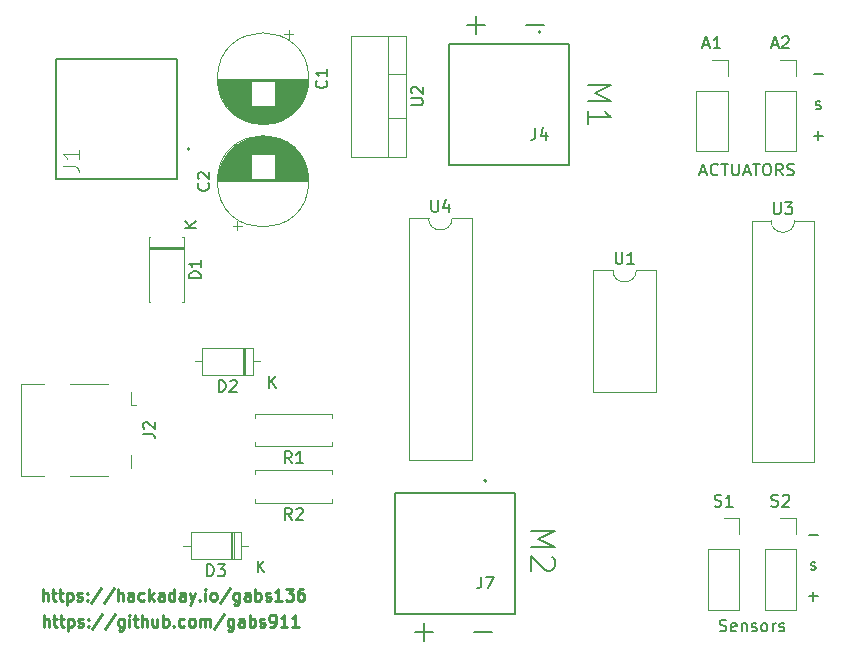
<source format=gbr>
%TF.GenerationSoftware,KiCad,Pcbnew,(5.1.10)-1*%
%TF.CreationDate,2021-05-16T00:39:39-03:00*%
%TF.ProjectId,low_cost_robotics,6c6f775f-636f-4737-945f-726f626f7469,rev?*%
%TF.SameCoordinates,Original*%
%TF.FileFunction,Legend,Top*%
%TF.FilePolarity,Positive*%
%FSLAX46Y46*%
G04 Gerber Fmt 4.6, Leading zero omitted, Abs format (unit mm)*
G04 Created by KiCad (PCBNEW (5.1.10)-1) date 2021-05-16 00:39:39*
%MOMM*%
%LPD*%
G01*
G04 APERTURE LIST*
%ADD10C,0.150000*%
%ADD11C,0.250000*%
%ADD12C,0.127000*%
%ADD13C,0.200000*%
%ADD14C,0.120000*%
%ADD15C,0.015000*%
G04 APERTURE END LIST*
D10*
X75847619Y-39766666D02*
X76323809Y-39766666D01*
X75752380Y-40052380D02*
X76085714Y-39052380D01*
X76419047Y-40052380D01*
X77323809Y-39957142D02*
X77276190Y-40004761D01*
X77133333Y-40052380D01*
X77038095Y-40052380D01*
X76895238Y-40004761D01*
X76800000Y-39909523D01*
X76752380Y-39814285D01*
X76704761Y-39623809D01*
X76704761Y-39480952D01*
X76752380Y-39290476D01*
X76800000Y-39195238D01*
X76895238Y-39100000D01*
X77038095Y-39052380D01*
X77133333Y-39052380D01*
X77276190Y-39100000D01*
X77323809Y-39147619D01*
X77609523Y-39052380D02*
X78180952Y-39052380D01*
X77895238Y-40052380D02*
X77895238Y-39052380D01*
X78514285Y-39052380D02*
X78514285Y-39861904D01*
X78561904Y-39957142D01*
X78609523Y-40004761D01*
X78704761Y-40052380D01*
X78895238Y-40052380D01*
X78990476Y-40004761D01*
X79038095Y-39957142D01*
X79085714Y-39861904D01*
X79085714Y-39052380D01*
X79514285Y-39766666D02*
X79990476Y-39766666D01*
X79419047Y-40052380D02*
X79752380Y-39052380D01*
X80085714Y-40052380D01*
X80276190Y-39052380D02*
X80847619Y-39052380D01*
X80561904Y-40052380D02*
X80561904Y-39052380D01*
X81371428Y-39052380D02*
X81561904Y-39052380D01*
X81657142Y-39100000D01*
X81752380Y-39195238D01*
X81800000Y-39385714D01*
X81800000Y-39719047D01*
X81752380Y-39909523D01*
X81657142Y-40004761D01*
X81561904Y-40052380D01*
X81371428Y-40052380D01*
X81276190Y-40004761D01*
X81180952Y-39909523D01*
X81133333Y-39719047D01*
X81133333Y-39385714D01*
X81180952Y-39195238D01*
X81276190Y-39100000D01*
X81371428Y-39052380D01*
X82800000Y-40052380D02*
X82466666Y-39576190D01*
X82228571Y-40052380D02*
X82228571Y-39052380D01*
X82609523Y-39052380D01*
X82704761Y-39100000D01*
X82752380Y-39147619D01*
X82800000Y-39242857D01*
X82800000Y-39385714D01*
X82752380Y-39480952D01*
X82704761Y-39528571D01*
X82609523Y-39576190D01*
X82228571Y-39576190D01*
X83180952Y-40004761D02*
X83323809Y-40052380D01*
X83561904Y-40052380D01*
X83657142Y-40004761D01*
X83704761Y-39957142D01*
X83752380Y-39861904D01*
X83752380Y-39766666D01*
X83704761Y-39671428D01*
X83657142Y-39623809D01*
X83561904Y-39576190D01*
X83371428Y-39528571D01*
X83276190Y-39480952D01*
X83228571Y-39433333D01*
X83180952Y-39338095D01*
X83180952Y-39242857D01*
X83228571Y-39147619D01*
X83276190Y-39100000D01*
X83371428Y-39052380D01*
X83609523Y-39052380D01*
X83752380Y-39100000D01*
X77461904Y-78604761D02*
X77604761Y-78652380D01*
X77842857Y-78652380D01*
X77938095Y-78604761D01*
X77985714Y-78557142D01*
X78033333Y-78461904D01*
X78033333Y-78366666D01*
X77985714Y-78271428D01*
X77938095Y-78223809D01*
X77842857Y-78176190D01*
X77652380Y-78128571D01*
X77557142Y-78080952D01*
X77509523Y-78033333D01*
X77461904Y-77938095D01*
X77461904Y-77842857D01*
X77509523Y-77747619D01*
X77557142Y-77700000D01*
X77652380Y-77652380D01*
X77890476Y-77652380D01*
X78033333Y-77700000D01*
X78842857Y-78604761D02*
X78747619Y-78652380D01*
X78557142Y-78652380D01*
X78461904Y-78604761D01*
X78414285Y-78509523D01*
X78414285Y-78128571D01*
X78461904Y-78033333D01*
X78557142Y-77985714D01*
X78747619Y-77985714D01*
X78842857Y-78033333D01*
X78890476Y-78128571D01*
X78890476Y-78223809D01*
X78414285Y-78319047D01*
X79319047Y-77985714D02*
X79319047Y-78652380D01*
X79319047Y-78080952D02*
X79366666Y-78033333D01*
X79461904Y-77985714D01*
X79604761Y-77985714D01*
X79700000Y-78033333D01*
X79747619Y-78128571D01*
X79747619Y-78652380D01*
X80176190Y-78604761D02*
X80271428Y-78652380D01*
X80461904Y-78652380D01*
X80557142Y-78604761D01*
X80604761Y-78509523D01*
X80604761Y-78461904D01*
X80557142Y-78366666D01*
X80461904Y-78319047D01*
X80319047Y-78319047D01*
X80223809Y-78271428D01*
X80176190Y-78176190D01*
X80176190Y-78128571D01*
X80223809Y-78033333D01*
X80319047Y-77985714D01*
X80461904Y-77985714D01*
X80557142Y-78033333D01*
X81176190Y-78652380D02*
X81080952Y-78604761D01*
X81033333Y-78557142D01*
X80985714Y-78461904D01*
X80985714Y-78176190D01*
X81033333Y-78080952D01*
X81080952Y-78033333D01*
X81176190Y-77985714D01*
X81319047Y-77985714D01*
X81414285Y-78033333D01*
X81461904Y-78080952D01*
X81509523Y-78176190D01*
X81509523Y-78461904D01*
X81461904Y-78557142D01*
X81414285Y-78604761D01*
X81319047Y-78652380D01*
X81176190Y-78652380D01*
X81938095Y-78652380D02*
X81938095Y-77985714D01*
X81938095Y-78176190D02*
X81985714Y-78080952D01*
X82033333Y-78033333D01*
X82128571Y-77985714D01*
X82223809Y-77985714D01*
X82509523Y-78604761D02*
X82604761Y-78652380D01*
X82795238Y-78652380D01*
X82890476Y-78604761D01*
X82938095Y-78509523D01*
X82938095Y-78461904D01*
X82890476Y-78366666D01*
X82795238Y-78319047D01*
X82652380Y-78319047D01*
X82557142Y-78271428D01*
X82509523Y-78176190D01*
X82509523Y-78128571D01*
X82557142Y-78033333D01*
X82652380Y-77985714D01*
X82795238Y-77985714D01*
X82890476Y-78033333D01*
D11*
X20238095Y-78252380D02*
X20238095Y-77252380D01*
X20666666Y-78252380D02*
X20666666Y-77728571D01*
X20619047Y-77633333D01*
X20523809Y-77585714D01*
X20380952Y-77585714D01*
X20285714Y-77633333D01*
X20238095Y-77680952D01*
X21000000Y-77585714D02*
X21380952Y-77585714D01*
X21142857Y-77252380D02*
X21142857Y-78109523D01*
X21190476Y-78204761D01*
X21285714Y-78252380D01*
X21380952Y-78252380D01*
X21571428Y-77585714D02*
X21952380Y-77585714D01*
X21714285Y-77252380D02*
X21714285Y-78109523D01*
X21761904Y-78204761D01*
X21857142Y-78252380D01*
X21952380Y-78252380D01*
X22285714Y-77585714D02*
X22285714Y-78585714D01*
X22285714Y-77633333D02*
X22380952Y-77585714D01*
X22571428Y-77585714D01*
X22666666Y-77633333D01*
X22714285Y-77680952D01*
X22761904Y-77776190D01*
X22761904Y-78061904D01*
X22714285Y-78157142D01*
X22666666Y-78204761D01*
X22571428Y-78252380D01*
X22380952Y-78252380D01*
X22285714Y-78204761D01*
X23142857Y-78204761D02*
X23238095Y-78252380D01*
X23428571Y-78252380D01*
X23523809Y-78204761D01*
X23571428Y-78109523D01*
X23571428Y-78061904D01*
X23523809Y-77966666D01*
X23428571Y-77919047D01*
X23285714Y-77919047D01*
X23190476Y-77871428D01*
X23142857Y-77776190D01*
X23142857Y-77728571D01*
X23190476Y-77633333D01*
X23285714Y-77585714D01*
X23428571Y-77585714D01*
X23523809Y-77633333D01*
X24000000Y-78157142D02*
X24047619Y-78204761D01*
X24000000Y-78252380D01*
X23952380Y-78204761D01*
X24000000Y-78157142D01*
X24000000Y-78252380D01*
X24000000Y-77633333D02*
X24047619Y-77680952D01*
X24000000Y-77728571D01*
X23952380Y-77680952D01*
X24000000Y-77633333D01*
X24000000Y-77728571D01*
X25190476Y-77204761D02*
X24333333Y-78490476D01*
X26238095Y-77204761D02*
X25380952Y-78490476D01*
X27000000Y-77585714D02*
X27000000Y-78395238D01*
X26952380Y-78490476D01*
X26904761Y-78538095D01*
X26809523Y-78585714D01*
X26666666Y-78585714D01*
X26571428Y-78538095D01*
X27000000Y-78204761D02*
X26904761Y-78252380D01*
X26714285Y-78252380D01*
X26619047Y-78204761D01*
X26571428Y-78157142D01*
X26523809Y-78061904D01*
X26523809Y-77776190D01*
X26571428Y-77680952D01*
X26619047Y-77633333D01*
X26714285Y-77585714D01*
X26904761Y-77585714D01*
X27000000Y-77633333D01*
X27476190Y-78252380D02*
X27476190Y-77585714D01*
X27476190Y-77252380D02*
X27428571Y-77300000D01*
X27476190Y-77347619D01*
X27523809Y-77300000D01*
X27476190Y-77252380D01*
X27476190Y-77347619D01*
X27809523Y-77585714D02*
X28190476Y-77585714D01*
X27952380Y-77252380D02*
X27952380Y-78109523D01*
X28000000Y-78204761D01*
X28095238Y-78252380D01*
X28190476Y-78252380D01*
X28523809Y-78252380D02*
X28523809Y-77252380D01*
X28952380Y-78252380D02*
X28952380Y-77728571D01*
X28904761Y-77633333D01*
X28809523Y-77585714D01*
X28666666Y-77585714D01*
X28571428Y-77633333D01*
X28523809Y-77680952D01*
X29857142Y-77585714D02*
X29857142Y-78252380D01*
X29428571Y-77585714D02*
X29428571Y-78109523D01*
X29476190Y-78204761D01*
X29571428Y-78252380D01*
X29714285Y-78252380D01*
X29809523Y-78204761D01*
X29857142Y-78157142D01*
X30333333Y-78252380D02*
X30333333Y-77252380D01*
X30333333Y-77633333D02*
X30428571Y-77585714D01*
X30619047Y-77585714D01*
X30714285Y-77633333D01*
X30761904Y-77680952D01*
X30809523Y-77776190D01*
X30809523Y-78061904D01*
X30761904Y-78157142D01*
X30714285Y-78204761D01*
X30619047Y-78252380D01*
X30428571Y-78252380D01*
X30333333Y-78204761D01*
X31238095Y-78157142D02*
X31285714Y-78204761D01*
X31238095Y-78252380D01*
X31190476Y-78204761D01*
X31238095Y-78157142D01*
X31238095Y-78252380D01*
X32142857Y-78204761D02*
X32047619Y-78252380D01*
X31857142Y-78252380D01*
X31761904Y-78204761D01*
X31714285Y-78157142D01*
X31666666Y-78061904D01*
X31666666Y-77776190D01*
X31714285Y-77680952D01*
X31761904Y-77633333D01*
X31857142Y-77585714D01*
X32047619Y-77585714D01*
X32142857Y-77633333D01*
X32714285Y-78252380D02*
X32619047Y-78204761D01*
X32571428Y-78157142D01*
X32523809Y-78061904D01*
X32523809Y-77776190D01*
X32571428Y-77680952D01*
X32619047Y-77633333D01*
X32714285Y-77585714D01*
X32857142Y-77585714D01*
X32952380Y-77633333D01*
X33000000Y-77680952D01*
X33047619Y-77776190D01*
X33047619Y-78061904D01*
X33000000Y-78157142D01*
X32952380Y-78204761D01*
X32857142Y-78252380D01*
X32714285Y-78252380D01*
X33476190Y-78252380D02*
X33476190Y-77585714D01*
X33476190Y-77680952D02*
X33523809Y-77633333D01*
X33619047Y-77585714D01*
X33761904Y-77585714D01*
X33857142Y-77633333D01*
X33904761Y-77728571D01*
X33904761Y-78252380D01*
X33904761Y-77728571D02*
X33952380Y-77633333D01*
X34047619Y-77585714D01*
X34190476Y-77585714D01*
X34285714Y-77633333D01*
X34333333Y-77728571D01*
X34333333Y-78252380D01*
X35523809Y-77204761D02*
X34666666Y-78490476D01*
X36285714Y-77585714D02*
X36285714Y-78395238D01*
X36238095Y-78490476D01*
X36190476Y-78538095D01*
X36095238Y-78585714D01*
X35952380Y-78585714D01*
X35857142Y-78538095D01*
X36285714Y-78204761D02*
X36190476Y-78252380D01*
X36000000Y-78252380D01*
X35904761Y-78204761D01*
X35857142Y-78157142D01*
X35809523Y-78061904D01*
X35809523Y-77776190D01*
X35857142Y-77680952D01*
X35904761Y-77633333D01*
X36000000Y-77585714D01*
X36190476Y-77585714D01*
X36285714Y-77633333D01*
X37190476Y-78252380D02*
X37190476Y-77728571D01*
X37142857Y-77633333D01*
X37047619Y-77585714D01*
X36857142Y-77585714D01*
X36761904Y-77633333D01*
X37190476Y-78204761D02*
X37095238Y-78252380D01*
X36857142Y-78252380D01*
X36761904Y-78204761D01*
X36714285Y-78109523D01*
X36714285Y-78014285D01*
X36761904Y-77919047D01*
X36857142Y-77871428D01*
X37095238Y-77871428D01*
X37190476Y-77823809D01*
X37666666Y-78252380D02*
X37666666Y-77252380D01*
X37666666Y-77633333D02*
X37761904Y-77585714D01*
X37952380Y-77585714D01*
X38047619Y-77633333D01*
X38095238Y-77680952D01*
X38142857Y-77776190D01*
X38142857Y-78061904D01*
X38095238Y-78157142D01*
X38047619Y-78204761D01*
X37952380Y-78252380D01*
X37761904Y-78252380D01*
X37666666Y-78204761D01*
X38523809Y-78204761D02*
X38619047Y-78252380D01*
X38809523Y-78252380D01*
X38904761Y-78204761D01*
X38952380Y-78109523D01*
X38952380Y-78061904D01*
X38904761Y-77966666D01*
X38809523Y-77919047D01*
X38666666Y-77919047D01*
X38571428Y-77871428D01*
X38523809Y-77776190D01*
X38523809Y-77728571D01*
X38571428Y-77633333D01*
X38666666Y-77585714D01*
X38809523Y-77585714D01*
X38904761Y-77633333D01*
X39428571Y-78252380D02*
X39619047Y-78252380D01*
X39714285Y-78204761D01*
X39761904Y-78157142D01*
X39857142Y-78014285D01*
X39904761Y-77823809D01*
X39904761Y-77442857D01*
X39857142Y-77347619D01*
X39809523Y-77300000D01*
X39714285Y-77252380D01*
X39523809Y-77252380D01*
X39428571Y-77300000D01*
X39380952Y-77347619D01*
X39333333Y-77442857D01*
X39333333Y-77680952D01*
X39380952Y-77776190D01*
X39428571Y-77823809D01*
X39523809Y-77871428D01*
X39714285Y-77871428D01*
X39809523Y-77823809D01*
X39857142Y-77776190D01*
X39904761Y-77680952D01*
X40857142Y-78252380D02*
X40285714Y-78252380D01*
X40571428Y-78252380D02*
X40571428Y-77252380D01*
X40476190Y-77395238D01*
X40380952Y-77490476D01*
X40285714Y-77538095D01*
X41809523Y-78252380D02*
X41238095Y-78252380D01*
X41523809Y-78252380D02*
X41523809Y-77252380D01*
X41428571Y-77395238D01*
X41333333Y-77490476D01*
X41238095Y-77538095D01*
X20152380Y-76052380D02*
X20152380Y-75052380D01*
X20580952Y-76052380D02*
X20580952Y-75528571D01*
X20533333Y-75433333D01*
X20438095Y-75385714D01*
X20295238Y-75385714D01*
X20199999Y-75433333D01*
X20152380Y-75480952D01*
X20914285Y-75385714D02*
X21295238Y-75385714D01*
X21057142Y-75052380D02*
X21057142Y-75909523D01*
X21104761Y-76004761D01*
X21199999Y-76052380D01*
X21295238Y-76052380D01*
X21485714Y-75385714D02*
X21866666Y-75385714D01*
X21628571Y-75052380D02*
X21628571Y-75909523D01*
X21676190Y-76004761D01*
X21771428Y-76052380D01*
X21866666Y-76052380D01*
X22199999Y-75385714D02*
X22199999Y-76385714D01*
X22199999Y-75433333D02*
X22295238Y-75385714D01*
X22485714Y-75385714D01*
X22580952Y-75433333D01*
X22628571Y-75480952D01*
X22676190Y-75576190D01*
X22676190Y-75861904D01*
X22628571Y-75957142D01*
X22580952Y-76004761D01*
X22485714Y-76052380D01*
X22295238Y-76052380D01*
X22199999Y-76004761D01*
X23057142Y-76004761D02*
X23152380Y-76052380D01*
X23342857Y-76052380D01*
X23438095Y-76004761D01*
X23485714Y-75909523D01*
X23485714Y-75861904D01*
X23438095Y-75766666D01*
X23342857Y-75719047D01*
X23199999Y-75719047D01*
X23104761Y-75671428D01*
X23057142Y-75576190D01*
X23057142Y-75528571D01*
X23104761Y-75433333D01*
X23199999Y-75385714D01*
X23342857Y-75385714D01*
X23438095Y-75433333D01*
X23914285Y-75957142D02*
X23961904Y-76004761D01*
X23914285Y-76052380D01*
X23866666Y-76004761D01*
X23914285Y-75957142D01*
X23914285Y-76052380D01*
X23914285Y-75433333D02*
X23961904Y-75480952D01*
X23914285Y-75528571D01*
X23866666Y-75480952D01*
X23914285Y-75433333D01*
X23914285Y-75528571D01*
X25104761Y-75004761D02*
X24247619Y-76290476D01*
X26152380Y-75004761D02*
X25295238Y-76290476D01*
X26485714Y-76052380D02*
X26485714Y-75052380D01*
X26914285Y-76052380D02*
X26914285Y-75528571D01*
X26866666Y-75433333D01*
X26771428Y-75385714D01*
X26628571Y-75385714D01*
X26533333Y-75433333D01*
X26485714Y-75480952D01*
X27819047Y-76052380D02*
X27819047Y-75528571D01*
X27771428Y-75433333D01*
X27676190Y-75385714D01*
X27485714Y-75385714D01*
X27390476Y-75433333D01*
X27819047Y-76004761D02*
X27723809Y-76052380D01*
X27485714Y-76052380D01*
X27390476Y-76004761D01*
X27342857Y-75909523D01*
X27342857Y-75814285D01*
X27390476Y-75719047D01*
X27485714Y-75671428D01*
X27723809Y-75671428D01*
X27819047Y-75623809D01*
X28723809Y-76004761D02*
X28628571Y-76052380D01*
X28438095Y-76052380D01*
X28342857Y-76004761D01*
X28295238Y-75957142D01*
X28247619Y-75861904D01*
X28247619Y-75576190D01*
X28295238Y-75480952D01*
X28342857Y-75433333D01*
X28438095Y-75385714D01*
X28628571Y-75385714D01*
X28723809Y-75433333D01*
X29152380Y-76052380D02*
X29152380Y-75052380D01*
X29247619Y-75671428D02*
X29533333Y-76052380D01*
X29533333Y-75385714D02*
X29152380Y-75766666D01*
X30390476Y-76052380D02*
X30390476Y-75528571D01*
X30342857Y-75433333D01*
X30247619Y-75385714D01*
X30057142Y-75385714D01*
X29961904Y-75433333D01*
X30390476Y-76004761D02*
X30295238Y-76052380D01*
X30057142Y-76052380D01*
X29961904Y-76004761D01*
X29914285Y-75909523D01*
X29914285Y-75814285D01*
X29961904Y-75719047D01*
X30057142Y-75671428D01*
X30295238Y-75671428D01*
X30390476Y-75623809D01*
X31295238Y-76052380D02*
X31295238Y-75052380D01*
X31295238Y-76004761D02*
X31199999Y-76052380D01*
X31009523Y-76052380D01*
X30914285Y-76004761D01*
X30866666Y-75957142D01*
X30819047Y-75861904D01*
X30819047Y-75576190D01*
X30866666Y-75480952D01*
X30914285Y-75433333D01*
X31009523Y-75385714D01*
X31199999Y-75385714D01*
X31295238Y-75433333D01*
X32199999Y-76052380D02*
X32199999Y-75528571D01*
X32152380Y-75433333D01*
X32057142Y-75385714D01*
X31866666Y-75385714D01*
X31771428Y-75433333D01*
X32199999Y-76004761D02*
X32104761Y-76052380D01*
X31866666Y-76052380D01*
X31771428Y-76004761D01*
X31723809Y-75909523D01*
X31723809Y-75814285D01*
X31771428Y-75719047D01*
X31866666Y-75671428D01*
X32104761Y-75671428D01*
X32199999Y-75623809D01*
X32580952Y-75385714D02*
X32819047Y-76052380D01*
X33057142Y-75385714D02*
X32819047Y-76052380D01*
X32723809Y-76290476D01*
X32676190Y-76338095D01*
X32580952Y-76385714D01*
X33438095Y-75957142D02*
X33485714Y-76004761D01*
X33438095Y-76052380D01*
X33390476Y-76004761D01*
X33438095Y-75957142D01*
X33438095Y-76052380D01*
X33914285Y-76052380D02*
X33914285Y-75385714D01*
X33914285Y-75052380D02*
X33866666Y-75100000D01*
X33914285Y-75147619D01*
X33961904Y-75100000D01*
X33914285Y-75052380D01*
X33914285Y-75147619D01*
X34533333Y-76052380D02*
X34438095Y-76004761D01*
X34390476Y-75957142D01*
X34342857Y-75861904D01*
X34342857Y-75576190D01*
X34390476Y-75480952D01*
X34438095Y-75433333D01*
X34533333Y-75385714D01*
X34676190Y-75385714D01*
X34771428Y-75433333D01*
X34819047Y-75480952D01*
X34866666Y-75576190D01*
X34866666Y-75861904D01*
X34819047Y-75957142D01*
X34771428Y-76004761D01*
X34676190Y-76052380D01*
X34533333Y-76052380D01*
X36009523Y-75004761D02*
X35152380Y-76290476D01*
X36771428Y-75385714D02*
X36771428Y-76195238D01*
X36723809Y-76290476D01*
X36676190Y-76338095D01*
X36580952Y-76385714D01*
X36438095Y-76385714D01*
X36342857Y-76338095D01*
X36771428Y-76004761D02*
X36676190Y-76052380D01*
X36485714Y-76052380D01*
X36390476Y-76004761D01*
X36342857Y-75957142D01*
X36295238Y-75861904D01*
X36295238Y-75576190D01*
X36342857Y-75480952D01*
X36390476Y-75433333D01*
X36485714Y-75385714D01*
X36676190Y-75385714D01*
X36771428Y-75433333D01*
X37676190Y-76052380D02*
X37676190Y-75528571D01*
X37628571Y-75433333D01*
X37533333Y-75385714D01*
X37342857Y-75385714D01*
X37247619Y-75433333D01*
X37676190Y-76004761D02*
X37580952Y-76052380D01*
X37342857Y-76052380D01*
X37247619Y-76004761D01*
X37199999Y-75909523D01*
X37199999Y-75814285D01*
X37247619Y-75719047D01*
X37342857Y-75671428D01*
X37580952Y-75671428D01*
X37676190Y-75623809D01*
X38152380Y-76052380D02*
X38152380Y-75052380D01*
X38152380Y-75433333D02*
X38247619Y-75385714D01*
X38438095Y-75385714D01*
X38533333Y-75433333D01*
X38580952Y-75480952D01*
X38628571Y-75576190D01*
X38628571Y-75861904D01*
X38580952Y-75957142D01*
X38533333Y-76004761D01*
X38438095Y-76052380D01*
X38247619Y-76052380D01*
X38152380Y-76004761D01*
X39009523Y-76004761D02*
X39104761Y-76052380D01*
X39295238Y-76052380D01*
X39390476Y-76004761D01*
X39438095Y-75909523D01*
X39438095Y-75861904D01*
X39390476Y-75766666D01*
X39295238Y-75719047D01*
X39152380Y-75719047D01*
X39057142Y-75671428D01*
X39009523Y-75576190D01*
X39009523Y-75528571D01*
X39057142Y-75433333D01*
X39152380Y-75385714D01*
X39295238Y-75385714D01*
X39390476Y-75433333D01*
X40390476Y-76052380D02*
X39819047Y-76052380D01*
X40104761Y-76052380D02*
X40104761Y-75052380D01*
X40009523Y-75195238D01*
X39914285Y-75290476D01*
X39819047Y-75338095D01*
X40723809Y-75052380D02*
X41342857Y-75052380D01*
X41009523Y-75433333D01*
X41152380Y-75433333D01*
X41247619Y-75480952D01*
X41295238Y-75528571D01*
X41342857Y-75623809D01*
X41342857Y-75861904D01*
X41295238Y-75957142D01*
X41247619Y-76004761D01*
X41152380Y-76052380D01*
X40866666Y-76052380D01*
X40771428Y-76004761D01*
X40723809Y-75957142D01*
X42199999Y-75052380D02*
X42009523Y-75052380D01*
X41914285Y-75100000D01*
X41866666Y-75147619D01*
X41771428Y-75290476D01*
X41723809Y-75480952D01*
X41723809Y-75861904D01*
X41771428Y-75957142D01*
X41819047Y-76004761D01*
X41914285Y-76052380D01*
X42104761Y-76052380D01*
X42199999Y-76004761D01*
X42247619Y-75957142D01*
X42295238Y-75861904D01*
X42295238Y-75623809D01*
X42247619Y-75528571D01*
X42199999Y-75480952D01*
X42104761Y-75433333D01*
X41914285Y-75433333D01*
X41819047Y-75480952D01*
X41771428Y-75528571D01*
X41723809Y-75623809D01*
D10*
X56038095Y-27342857D02*
X57561904Y-27342857D01*
X56800000Y-28104761D02*
X56800000Y-26580952D01*
X61038095Y-27342857D02*
X62561904Y-27342857D01*
X56638095Y-78742857D02*
X58161904Y-78742857D01*
X51638095Y-78742857D02*
X53161904Y-78742857D01*
X52400000Y-79504761D02*
X52400000Y-77980952D01*
X61495238Y-70180952D02*
X63495238Y-70180952D01*
X62066666Y-70847619D01*
X63495238Y-71514285D01*
X61495238Y-71514285D01*
X63304761Y-72371428D02*
X63400000Y-72466666D01*
X63495238Y-72657142D01*
X63495238Y-73133333D01*
X63400000Y-73323809D01*
X63304761Y-73419047D01*
X63114285Y-73514285D01*
X62923809Y-73514285D01*
X62638095Y-73419047D01*
X61495238Y-72276190D01*
X61495238Y-73514285D01*
X66295238Y-32380952D02*
X68295238Y-32380952D01*
X66866666Y-33047619D01*
X68295238Y-33714285D01*
X66295238Y-33714285D01*
X66295238Y-35714285D02*
X66295238Y-34571428D01*
X66295238Y-35142857D02*
X68295238Y-35142857D01*
X68009523Y-34952380D01*
X67819047Y-34761904D01*
X67723809Y-34571428D01*
X85019047Y-70471428D02*
X85780952Y-70471428D01*
X85019047Y-75671428D02*
X85780952Y-75671428D01*
X85400000Y-76052380D02*
X85400000Y-75290476D01*
X85185714Y-73404761D02*
X85280952Y-73452380D01*
X85471428Y-73452380D01*
X85566666Y-73404761D01*
X85614285Y-73309523D01*
X85614285Y-73261904D01*
X85566666Y-73166666D01*
X85471428Y-73119047D01*
X85328571Y-73119047D01*
X85233333Y-73071428D01*
X85185714Y-72976190D01*
X85185714Y-72928571D01*
X85233333Y-72833333D01*
X85328571Y-72785714D01*
X85471428Y-72785714D01*
X85566666Y-72833333D01*
X85585714Y-34404761D02*
X85680952Y-34452380D01*
X85871428Y-34452380D01*
X85966666Y-34404761D01*
X86014285Y-34309523D01*
X86014285Y-34261904D01*
X85966666Y-34166666D01*
X85871428Y-34119047D01*
X85728571Y-34119047D01*
X85633333Y-34071428D01*
X85585714Y-33976190D01*
X85585714Y-33928571D01*
X85633333Y-33833333D01*
X85728571Y-33785714D01*
X85871428Y-33785714D01*
X85966666Y-33833333D01*
X85419047Y-36671428D02*
X86180952Y-36671428D01*
X85800000Y-37052380D02*
X85800000Y-36290476D01*
X85419047Y-31471428D02*
X86180952Y-31471428D01*
D12*
%TO.C,J7*%
X60140000Y-66900000D02*
X60140000Y-77150000D01*
X49980000Y-77150000D02*
X49980000Y-66900000D01*
X60140000Y-77150000D02*
X49980000Y-77150000D01*
X49980000Y-66900000D02*
X60140000Y-66900000D01*
D13*
X57700000Y-65900000D02*
G75*
G03*
X57700000Y-65900000I-100000J0D01*
G01*
D12*
%TO.C,J4*%
X64740000Y-28900000D02*
X64740000Y-39150000D01*
X54580000Y-39150000D02*
X54580000Y-28900000D01*
X64740000Y-39150000D02*
X54580000Y-39150000D01*
X54580000Y-28900000D02*
X64740000Y-28900000D01*
D13*
X62300000Y-27900000D02*
G75*
G03*
X62300000Y-27900000I-100000J0D01*
G01*
D14*
%TO.C,C1*%
X41350000Y-28082789D02*
X40600000Y-28082789D01*
X40975000Y-27707789D02*
X40975000Y-28457789D01*
X39241000Y-35691000D02*
X38359000Y-35691000D01*
X39493000Y-35651000D02*
X38107000Y-35651000D01*
X39677000Y-35611000D02*
X37923000Y-35611000D01*
X39828000Y-35571000D02*
X37772000Y-35571000D01*
X39958000Y-35531000D02*
X37642000Y-35531000D01*
X40075000Y-35491000D02*
X37525000Y-35491000D01*
X40181000Y-35451000D02*
X37419000Y-35451000D01*
X40278000Y-35411000D02*
X37322000Y-35411000D01*
X40369000Y-35371000D02*
X37231000Y-35371000D01*
X40454000Y-35331000D02*
X37146000Y-35331000D01*
X40533000Y-35291000D02*
X37067000Y-35291000D01*
X40609000Y-35251000D02*
X36991000Y-35251000D01*
X40681000Y-35211000D02*
X36919000Y-35211000D01*
X40749000Y-35171000D02*
X36851000Y-35171000D01*
X40814000Y-35131000D02*
X36786000Y-35131000D01*
X40877000Y-35091000D02*
X36723000Y-35091000D01*
X40937000Y-35051000D02*
X36663000Y-35051000D01*
X40995000Y-35011000D02*
X36605000Y-35011000D01*
X41050000Y-34971000D02*
X36550000Y-34971000D01*
X41104000Y-34931000D02*
X36496000Y-34931000D01*
X41155000Y-34891000D02*
X36445000Y-34891000D01*
X41205000Y-34851000D02*
X36395000Y-34851000D01*
X41254000Y-34811000D02*
X36346000Y-34811000D01*
X41300000Y-34771000D02*
X36300000Y-34771000D01*
X41346000Y-34731000D02*
X36254000Y-34731000D01*
X41389000Y-34691000D02*
X36211000Y-34691000D01*
X41432000Y-34651000D02*
X36168000Y-34651000D01*
X41473000Y-34611000D02*
X36127000Y-34611000D01*
X41513000Y-34571000D02*
X36087000Y-34571000D01*
X41552000Y-34531000D02*
X36048000Y-34531000D01*
X41590000Y-34491000D02*
X36010000Y-34491000D01*
X41627000Y-34451000D02*
X35973000Y-34451000D01*
X41663000Y-34411000D02*
X35937000Y-34411000D01*
X41698000Y-34371000D02*
X35902000Y-34371000D01*
X41731000Y-34331000D02*
X35869000Y-34331000D01*
X41764000Y-34291000D02*
X35836000Y-34291000D01*
X41796000Y-34251000D02*
X35804000Y-34251000D01*
X41828000Y-34211000D02*
X35772000Y-34211000D01*
X41858000Y-34171000D02*
X35742000Y-34171000D01*
X37760000Y-34131000D02*
X35712000Y-34131000D01*
X41888000Y-34131000D02*
X39840000Y-34131000D01*
X37760000Y-34091000D02*
X35684000Y-34091000D01*
X41916000Y-34091000D02*
X39840000Y-34091000D01*
X37760000Y-34051000D02*
X35656000Y-34051000D01*
X41944000Y-34051000D02*
X39840000Y-34051000D01*
X37760000Y-34011000D02*
X35628000Y-34011000D01*
X41972000Y-34011000D02*
X39840000Y-34011000D01*
X37760000Y-33971000D02*
X35602000Y-33971000D01*
X41998000Y-33971000D02*
X39840000Y-33971000D01*
X37760000Y-33931000D02*
X35576000Y-33931000D01*
X42024000Y-33931000D02*
X39840000Y-33931000D01*
X37760000Y-33891000D02*
X35551000Y-33891000D01*
X42049000Y-33891000D02*
X39840000Y-33891000D01*
X37760000Y-33851000D02*
X35526000Y-33851000D01*
X42074000Y-33851000D02*
X39840000Y-33851000D01*
X37760000Y-33811000D02*
X35503000Y-33811000D01*
X42097000Y-33811000D02*
X39840000Y-33811000D01*
X37760000Y-33771000D02*
X35479000Y-33771000D01*
X42121000Y-33771000D02*
X39840000Y-33771000D01*
X37760000Y-33731000D02*
X35457000Y-33731000D01*
X42143000Y-33731000D02*
X39840000Y-33731000D01*
X37760000Y-33691000D02*
X35435000Y-33691000D01*
X42165000Y-33691000D02*
X39840000Y-33691000D01*
X37760000Y-33651000D02*
X35414000Y-33651000D01*
X42186000Y-33651000D02*
X39840000Y-33651000D01*
X37760000Y-33611000D02*
X35393000Y-33611000D01*
X42207000Y-33611000D02*
X39840000Y-33611000D01*
X37760000Y-33571000D02*
X35373000Y-33571000D01*
X42227000Y-33571000D02*
X39840000Y-33571000D01*
X37760000Y-33531000D02*
X35353000Y-33531000D01*
X42247000Y-33531000D02*
X39840000Y-33531000D01*
X37760000Y-33491000D02*
X35334000Y-33491000D01*
X42266000Y-33491000D02*
X39840000Y-33491000D01*
X37760000Y-33451000D02*
X35316000Y-33451000D01*
X42284000Y-33451000D02*
X39840000Y-33451000D01*
X37760000Y-33411000D02*
X35298000Y-33411000D01*
X42302000Y-33411000D02*
X39840000Y-33411000D01*
X37760000Y-33371000D02*
X35280000Y-33371000D01*
X42320000Y-33371000D02*
X39840000Y-33371000D01*
X37760000Y-33331000D02*
X35264000Y-33331000D01*
X42336000Y-33331000D02*
X39840000Y-33331000D01*
X37760000Y-33291000D02*
X35247000Y-33291000D01*
X42353000Y-33291000D02*
X39840000Y-33291000D01*
X37760000Y-33251000D02*
X35232000Y-33251000D01*
X42368000Y-33251000D02*
X39840000Y-33251000D01*
X37760000Y-33211000D02*
X35216000Y-33211000D01*
X42384000Y-33211000D02*
X39840000Y-33211000D01*
X37760000Y-33171000D02*
X35202000Y-33171000D01*
X42398000Y-33171000D02*
X39840000Y-33171000D01*
X37760000Y-33131000D02*
X35187000Y-33131000D01*
X42413000Y-33131000D02*
X39840000Y-33131000D01*
X37760000Y-33091000D02*
X35174000Y-33091000D01*
X42426000Y-33091000D02*
X39840000Y-33091000D01*
X37760000Y-33051000D02*
X35160000Y-33051000D01*
X42440000Y-33051000D02*
X39840000Y-33051000D01*
X37760000Y-33011000D02*
X35147000Y-33011000D01*
X42453000Y-33011000D02*
X39840000Y-33011000D01*
X37760000Y-32971000D02*
X35135000Y-32971000D01*
X42465000Y-32971000D02*
X39840000Y-32971000D01*
X37760000Y-32931000D02*
X35123000Y-32931000D01*
X42477000Y-32931000D02*
X39840000Y-32931000D01*
X37760000Y-32891000D02*
X35112000Y-32891000D01*
X42488000Y-32891000D02*
X39840000Y-32891000D01*
X37760000Y-32851000D02*
X35101000Y-32851000D01*
X42499000Y-32851000D02*
X39840000Y-32851000D01*
X37760000Y-32811000D02*
X35090000Y-32811000D01*
X42510000Y-32811000D02*
X39840000Y-32811000D01*
X37760000Y-32771000D02*
X35080000Y-32771000D01*
X42520000Y-32771000D02*
X39840000Y-32771000D01*
X37760000Y-32731000D02*
X35071000Y-32731000D01*
X42529000Y-32731000D02*
X39840000Y-32731000D01*
X37760000Y-32691000D02*
X35062000Y-32691000D01*
X42538000Y-32691000D02*
X39840000Y-32691000D01*
X37760000Y-32651000D02*
X35053000Y-32651000D01*
X42547000Y-32651000D02*
X39840000Y-32651000D01*
X37760000Y-32611000D02*
X35045000Y-32611000D01*
X42555000Y-32611000D02*
X39840000Y-32611000D01*
X37760000Y-32571000D02*
X35037000Y-32571000D01*
X42563000Y-32571000D02*
X39840000Y-32571000D01*
X37760000Y-32530000D02*
X35030000Y-32530000D01*
X42570000Y-32530000D02*
X39840000Y-32530000D01*
X37760000Y-32490000D02*
X35023000Y-32490000D01*
X42577000Y-32490000D02*
X39840000Y-32490000D01*
X37760000Y-32450000D02*
X35016000Y-32450000D01*
X42584000Y-32450000D02*
X39840000Y-32450000D01*
X37760000Y-32410000D02*
X35010000Y-32410000D01*
X42590000Y-32410000D02*
X39840000Y-32410000D01*
X37760000Y-32370000D02*
X35005000Y-32370000D01*
X42595000Y-32370000D02*
X39840000Y-32370000D01*
X37760000Y-32330000D02*
X34999000Y-32330000D01*
X42601000Y-32330000D02*
X39840000Y-32330000D01*
X37760000Y-32290000D02*
X34995000Y-32290000D01*
X42605000Y-32290000D02*
X39840000Y-32290000D01*
X37760000Y-32250000D02*
X34990000Y-32250000D01*
X42610000Y-32250000D02*
X39840000Y-32250000D01*
X37760000Y-32210000D02*
X34986000Y-32210000D01*
X42614000Y-32210000D02*
X39840000Y-32210000D01*
X37760000Y-32170000D02*
X34983000Y-32170000D01*
X42617000Y-32170000D02*
X39840000Y-32170000D01*
X37760000Y-32130000D02*
X34980000Y-32130000D01*
X42620000Y-32130000D02*
X39840000Y-32130000D01*
X37760000Y-32090000D02*
X34977000Y-32090000D01*
X42623000Y-32090000D02*
X39840000Y-32090000D01*
X42625000Y-32050000D02*
X34975000Y-32050000D01*
X42627000Y-32010000D02*
X34973000Y-32010000D01*
X42629000Y-31970000D02*
X34971000Y-31970000D01*
X42630000Y-31930000D02*
X34970000Y-31930000D01*
X42630000Y-31890000D02*
X34970000Y-31890000D01*
X42630000Y-31850000D02*
X34970000Y-31850000D01*
X42670000Y-31850000D02*
G75*
G03*
X42670000Y-31850000I-3870000J0D01*
G01*
%TO.C,C2*%
X42670000Y-40550000D02*
G75*
G03*
X42670000Y-40550000I-3870000J0D01*
G01*
X34970000Y-40550000D02*
X42630000Y-40550000D01*
X34970000Y-40510000D02*
X42630000Y-40510000D01*
X34970000Y-40470000D02*
X42630000Y-40470000D01*
X34971000Y-40430000D02*
X42629000Y-40430000D01*
X34973000Y-40390000D02*
X42627000Y-40390000D01*
X34975000Y-40350000D02*
X42625000Y-40350000D01*
X34977000Y-40310000D02*
X37760000Y-40310000D01*
X39840000Y-40310000D02*
X42623000Y-40310000D01*
X34980000Y-40270000D02*
X37760000Y-40270000D01*
X39840000Y-40270000D02*
X42620000Y-40270000D01*
X34983000Y-40230000D02*
X37760000Y-40230000D01*
X39840000Y-40230000D02*
X42617000Y-40230000D01*
X34986000Y-40190000D02*
X37760000Y-40190000D01*
X39840000Y-40190000D02*
X42614000Y-40190000D01*
X34990000Y-40150000D02*
X37760000Y-40150000D01*
X39840000Y-40150000D02*
X42610000Y-40150000D01*
X34995000Y-40110000D02*
X37760000Y-40110000D01*
X39840000Y-40110000D02*
X42605000Y-40110000D01*
X34999000Y-40070000D02*
X37760000Y-40070000D01*
X39840000Y-40070000D02*
X42601000Y-40070000D01*
X35005000Y-40030000D02*
X37760000Y-40030000D01*
X39840000Y-40030000D02*
X42595000Y-40030000D01*
X35010000Y-39990000D02*
X37760000Y-39990000D01*
X39840000Y-39990000D02*
X42590000Y-39990000D01*
X35016000Y-39950000D02*
X37760000Y-39950000D01*
X39840000Y-39950000D02*
X42584000Y-39950000D01*
X35023000Y-39910000D02*
X37760000Y-39910000D01*
X39840000Y-39910000D02*
X42577000Y-39910000D01*
X35030000Y-39870000D02*
X37760000Y-39870000D01*
X39840000Y-39870000D02*
X42570000Y-39870000D01*
X35037000Y-39829000D02*
X37760000Y-39829000D01*
X39840000Y-39829000D02*
X42563000Y-39829000D01*
X35045000Y-39789000D02*
X37760000Y-39789000D01*
X39840000Y-39789000D02*
X42555000Y-39789000D01*
X35053000Y-39749000D02*
X37760000Y-39749000D01*
X39840000Y-39749000D02*
X42547000Y-39749000D01*
X35062000Y-39709000D02*
X37760000Y-39709000D01*
X39840000Y-39709000D02*
X42538000Y-39709000D01*
X35071000Y-39669000D02*
X37760000Y-39669000D01*
X39840000Y-39669000D02*
X42529000Y-39669000D01*
X35080000Y-39629000D02*
X37760000Y-39629000D01*
X39840000Y-39629000D02*
X42520000Y-39629000D01*
X35090000Y-39589000D02*
X37760000Y-39589000D01*
X39840000Y-39589000D02*
X42510000Y-39589000D01*
X35101000Y-39549000D02*
X37760000Y-39549000D01*
X39840000Y-39549000D02*
X42499000Y-39549000D01*
X35112000Y-39509000D02*
X37760000Y-39509000D01*
X39840000Y-39509000D02*
X42488000Y-39509000D01*
X35123000Y-39469000D02*
X37760000Y-39469000D01*
X39840000Y-39469000D02*
X42477000Y-39469000D01*
X35135000Y-39429000D02*
X37760000Y-39429000D01*
X39840000Y-39429000D02*
X42465000Y-39429000D01*
X35147000Y-39389000D02*
X37760000Y-39389000D01*
X39840000Y-39389000D02*
X42453000Y-39389000D01*
X35160000Y-39349000D02*
X37760000Y-39349000D01*
X39840000Y-39349000D02*
X42440000Y-39349000D01*
X35174000Y-39309000D02*
X37760000Y-39309000D01*
X39840000Y-39309000D02*
X42426000Y-39309000D01*
X35187000Y-39269000D02*
X37760000Y-39269000D01*
X39840000Y-39269000D02*
X42413000Y-39269000D01*
X35202000Y-39229000D02*
X37760000Y-39229000D01*
X39840000Y-39229000D02*
X42398000Y-39229000D01*
X35216000Y-39189000D02*
X37760000Y-39189000D01*
X39840000Y-39189000D02*
X42384000Y-39189000D01*
X35232000Y-39149000D02*
X37760000Y-39149000D01*
X39840000Y-39149000D02*
X42368000Y-39149000D01*
X35247000Y-39109000D02*
X37760000Y-39109000D01*
X39840000Y-39109000D02*
X42353000Y-39109000D01*
X35264000Y-39069000D02*
X37760000Y-39069000D01*
X39840000Y-39069000D02*
X42336000Y-39069000D01*
X35280000Y-39029000D02*
X37760000Y-39029000D01*
X39840000Y-39029000D02*
X42320000Y-39029000D01*
X35298000Y-38989000D02*
X37760000Y-38989000D01*
X39840000Y-38989000D02*
X42302000Y-38989000D01*
X35316000Y-38949000D02*
X37760000Y-38949000D01*
X39840000Y-38949000D02*
X42284000Y-38949000D01*
X35334000Y-38909000D02*
X37760000Y-38909000D01*
X39840000Y-38909000D02*
X42266000Y-38909000D01*
X35353000Y-38869000D02*
X37760000Y-38869000D01*
X39840000Y-38869000D02*
X42247000Y-38869000D01*
X35373000Y-38829000D02*
X37760000Y-38829000D01*
X39840000Y-38829000D02*
X42227000Y-38829000D01*
X35393000Y-38789000D02*
X37760000Y-38789000D01*
X39840000Y-38789000D02*
X42207000Y-38789000D01*
X35414000Y-38749000D02*
X37760000Y-38749000D01*
X39840000Y-38749000D02*
X42186000Y-38749000D01*
X35435000Y-38709000D02*
X37760000Y-38709000D01*
X39840000Y-38709000D02*
X42165000Y-38709000D01*
X35457000Y-38669000D02*
X37760000Y-38669000D01*
X39840000Y-38669000D02*
X42143000Y-38669000D01*
X35479000Y-38629000D02*
X37760000Y-38629000D01*
X39840000Y-38629000D02*
X42121000Y-38629000D01*
X35503000Y-38589000D02*
X37760000Y-38589000D01*
X39840000Y-38589000D02*
X42097000Y-38589000D01*
X35526000Y-38549000D02*
X37760000Y-38549000D01*
X39840000Y-38549000D02*
X42074000Y-38549000D01*
X35551000Y-38509000D02*
X37760000Y-38509000D01*
X39840000Y-38509000D02*
X42049000Y-38509000D01*
X35576000Y-38469000D02*
X37760000Y-38469000D01*
X39840000Y-38469000D02*
X42024000Y-38469000D01*
X35602000Y-38429000D02*
X37760000Y-38429000D01*
X39840000Y-38429000D02*
X41998000Y-38429000D01*
X35628000Y-38389000D02*
X37760000Y-38389000D01*
X39840000Y-38389000D02*
X41972000Y-38389000D01*
X35656000Y-38349000D02*
X37760000Y-38349000D01*
X39840000Y-38349000D02*
X41944000Y-38349000D01*
X35684000Y-38309000D02*
X37760000Y-38309000D01*
X39840000Y-38309000D02*
X41916000Y-38309000D01*
X35712000Y-38269000D02*
X37760000Y-38269000D01*
X39840000Y-38269000D02*
X41888000Y-38269000D01*
X35742000Y-38229000D02*
X41858000Y-38229000D01*
X35772000Y-38189000D02*
X41828000Y-38189000D01*
X35804000Y-38149000D02*
X41796000Y-38149000D01*
X35836000Y-38109000D02*
X41764000Y-38109000D01*
X35869000Y-38069000D02*
X41731000Y-38069000D01*
X35902000Y-38029000D02*
X41698000Y-38029000D01*
X35937000Y-37989000D02*
X41663000Y-37989000D01*
X35973000Y-37949000D02*
X41627000Y-37949000D01*
X36010000Y-37909000D02*
X41590000Y-37909000D01*
X36048000Y-37869000D02*
X41552000Y-37869000D01*
X36087000Y-37829000D02*
X41513000Y-37829000D01*
X36127000Y-37789000D02*
X41473000Y-37789000D01*
X36168000Y-37749000D02*
X41432000Y-37749000D01*
X36211000Y-37709000D02*
X41389000Y-37709000D01*
X36254000Y-37669000D02*
X41346000Y-37669000D01*
X36300000Y-37629000D02*
X41300000Y-37629000D01*
X36346000Y-37589000D02*
X41254000Y-37589000D01*
X36395000Y-37549000D02*
X41205000Y-37549000D01*
X36445000Y-37509000D02*
X41155000Y-37509000D01*
X36496000Y-37469000D02*
X41104000Y-37469000D01*
X36550000Y-37429000D02*
X41050000Y-37429000D01*
X36605000Y-37389000D02*
X40995000Y-37389000D01*
X36663000Y-37349000D02*
X40937000Y-37349000D01*
X36723000Y-37309000D02*
X40877000Y-37309000D01*
X36786000Y-37269000D02*
X40814000Y-37269000D01*
X36851000Y-37229000D02*
X40749000Y-37229000D01*
X36919000Y-37189000D02*
X40681000Y-37189000D01*
X36991000Y-37149000D02*
X40609000Y-37149000D01*
X37067000Y-37109000D02*
X40533000Y-37109000D01*
X37146000Y-37069000D02*
X40454000Y-37069000D01*
X37231000Y-37029000D02*
X40369000Y-37029000D01*
X37322000Y-36989000D02*
X40278000Y-36989000D01*
X37419000Y-36949000D02*
X40181000Y-36949000D01*
X37525000Y-36909000D02*
X40075000Y-36909000D01*
X37642000Y-36869000D02*
X39958000Y-36869000D01*
X37772000Y-36829000D02*
X39828000Y-36829000D01*
X37923000Y-36789000D02*
X39677000Y-36789000D01*
X38107000Y-36749000D02*
X39493000Y-36749000D01*
X38359000Y-36709000D02*
X39241000Y-36709000D01*
X36625000Y-44692211D02*
X36625000Y-43942211D01*
X36250000Y-44317211D02*
X37000000Y-44317211D01*
%TO.C,D1*%
X32070000Y-46070000D02*
X29130000Y-46070000D01*
X32070000Y-46310000D02*
X29130000Y-46310000D01*
X32070000Y-46190000D02*
X29130000Y-46190000D01*
X29130000Y-50730000D02*
X29260000Y-50730000D01*
X29130000Y-45290000D02*
X29130000Y-50730000D01*
X29260000Y-45290000D02*
X29130000Y-45290000D01*
X32070000Y-50730000D02*
X31940000Y-50730000D01*
X32070000Y-45290000D02*
X32070000Y-50730000D01*
X31940000Y-45290000D02*
X32070000Y-45290000D01*
%TO.C,D2*%
X37910000Y-56920000D02*
X37910000Y-54680000D01*
X37910000Y-54680000D02*
X33670000Y-54680000D01*
X33670000Y-54680000D02*
X33670000Y-56920000D01*
X33670000Y-56920000D02*
X37910000Y-56920000D01*
X38560000Y-55800000D02*
X37910000Y-55800000D01*
X33020000Y-55800000D02*
X33670000Y-55800000D01*
X37190000Y-56920000D02*
X37190000Y-54680000D01*
X37070000Y-56920000D02*
X37070000Y-54680000D01*
X37310000Y-56920000D02*
X37310000Y-54680000D01*
%TO.C,D3*%
X36310000Y-72520000D02*
X36310000Y-70280000D01*
X36070000Y-72520000D02*
X36070000Y-70280000D01*
X36190000Y-72520000D02*
X36190000Y-70280000D01*
X32020000Y-71400000D02*
X32670000Y-71400000D01*
X37560000Y-71400000D02*
X36910000Y-71400000D01*
X32670000Y-72520000D02*
X36910000Y-72520000D01*
X32670000Y-70280000D02*
X32670000Y-72520000D01*
X36910000Y-70280000D02*
X32670000Y-70280000D01*
X36910000Y-72520000D02*
X36910000Y-70280000D01*
D13*
%TO.C,J1*%
X32600000Y-37800000D02*
G75*
G03*
X32600000Y-37800000I-100000J0D01*
G01*
D12*
X31500000Y-30180000D02*
X31500000Y-40340000D01*
X21250000Y-40340000D02*
X21250000Y-30180000D01*
X21250000Y-30180000D02*
X31500000Y-30180000D01*
X31500000Y-40340000D02*
X21250000Y-40340000D01*
D14*
%TO.C,J2*%
X18290000Y-57690000D02*
X20240000Y-57690000D01*
X22460000Y-57690000D02*
X25690000Y-57690000D01*
X27610000Y-58410000D02*
X27610000Y-59490000D01*
X27610000Y-63710000D02*
X27610000Y-64790000D01*
X22460000Y-65510000D02*
X25690000Y-65510000D01*
X18290000Y-65510000D02*
X20240000Y-65510000D01*
X27610000Y-59490000D02*
X28040000Y-59490000D01*
X18290000Y-65510000D02*
X18290000Y-57690000D01*
%TO.C,S2*%
X82600000Y-69070000D02*
X83930000Y-69070000D01*
X83930000Y-69070000D02*
X83930000Y-70400000D01*
X83930000Y-71670000D02*
X83930000Y-76810000D01*
X81270000Y-76810000D02*
X83930000Y-76810000D01*
X81270000Y-71670000D02*
X81270000Y-76810000D01*
X81270000Y-71670000D02*
X83930000Y-71670000D01*
%TO.C,A1*%
X76800000Y-30270000D02*
X78130000Y-30270000D01*
X78130000Y-30270000D02*
X78130000Y-31600000D01*
X78130000Y-32870000D02*
X78130000Y-38010000D01*
X75470000Y-38010000D02*
X78130000Y-38010000D01*
X75470000Y-32870000D02*
X75470000Y-38010000D01*
X75470000Y-32870000D02*
X78130000Y-32870000D01*
%TO.C,S1*%
X76470000Y-71670000D02*
X79130000Y-71670000D01*
X76470000Y-71670000D02*
X76470000Y-76810000D01*
X76470000Y-76810000D02*
X79130000Y-76810000D01*
X79130000Y-71670000D02*
X79130000Y-76810000D01*
X79130000Y-69070000D02*
X79130000Y-70400000D01*
X77800000Y-69070000D02*
X79130000Y-69070000D01*
%TO.C,A2*%
X81270000Y-32870000D02*
X83930000Y-32870000D01*
X81270000Y-32870000D02*
X81270000Y-38010000D01*
X81270000Y-38010000D02*
X83930000Y-38010000D01*
X83930000Y-32870000D02*
X83930000Y-38010000D01*
X83930000Y-30270000D02*
X83930000Y-31600000D01*
X82600000Y-30270000D02*
X83930000Y-30270000D01*
%TO.C,R1*%
X44660000Y-62640000D02*
X44660000Y-62970000D01*
X44660000Y-62970000D02*
X38120000Y-62970000D01*
X38120000Y-62970000D02*
X38120000Y-62640000D01*
X44660000Y-60560000D02*
X44660000Y-60230000D01*
X44660000Y-60230000D02*
X38120000Y-60230000D01*
X38120000Y-60230000D02*
X38120000Y-60560000D01*
%TO.C,R2*%
X38120000Y-65030000D02*
X38120000Y-65360000D01*
X44660000Y-65030000D02*
X38120000Y-65030000D01*
X44660000Y-65360000D02*
X44660000Y-65030000D01*
X38120000Y-67770000D02*
X38120000Y-67440000D01*
X44660000Y-67770000D02*
X38120000Y-67770000D01*
X44660000Y-67440000D02*
X44660000Y-67770000D01*
%TO.C,U1*%
X72060000Y-48070000D02*
X70410000Y-48070000D01*
X72060000Y-58350000D02*
X72060000Y-48070000D01*
X66760000Y-58350000D02*
X72060000Y-58350000D01*
X66760000Y-48070000D02*
X66760000Y-58350000D01*
X68410000Y-48070000D02*
X66760000Y-48070000D01*
X70410000Y-48070000D02*
G75*
G02*
X68410000Y-48070000I-1000000J0D01*
G01*
%TO.C,U2*%
X50870000Y-35191000D02*
X49360000Y-35191000D01*
X50870000Y-31490000D02*
X49360000Y-31490000D01*
X49360000Y-28220000D02*
X49360000Y-38460000D01*
X50870000Y-38460000D02*
X46229000Y-38460000D01*
X50870000Y-28220000D02*
X46229000Y-28220000D01*
X46229000Y-28220000D02*
X46229000Y-38460000D01*
X50870000Y-28220000D02*
X50870000Y-38460000D01*
%TO.C,U3*%
X83810000Y-43870000D02*
G75*
G02*
X81810000Y-43870000I-1000000J0D01*
G01*
X81810000Y-43870000D02*
X80160000Y-43870000D01*
X80160000Y-43870000D02*
X80160000Y-64310000D01*
X80160000Y-64310000D02*
X85460000Y-64310000D01*
X85460000Y-64310000D02*
X85460000Y-43870000D01*
X85460000Y-43870000D02*
X83810000Y-43870000D01*
%TO.C,U4*%
X56460000Y-43670000D02*
X54810000Y-43670000D01*
X56460000Y-64110000D02*
X56460000Y-43670000D01*
X51160000Y-64110000D02*
X56460000Y-64110000D01*
X51160000Y-43670000D02*
X51160000Y-64110000D01*
X52810000Y-43670000D02*
X51160000Y-43670000D01*
X54810000Y-43670000D02*
G75*
G02*
X52810000Y-43670000I-1000000J0D01*
G01*
%TO.C,J7*%
D10*
X57266666Y-74022380D02*
X57266666Y-74736666D01*
X57219047Y-74879523D01*
X57123809Y-74974761D01*
X56980952Y-75022380D01*
X56885714Y-75022380D01*
X57647619Y-74022380D02*
X58314285Y-74022380D01*
X57885714Y-75022380D01*
%TO.C,J4*%
X61866666Y-36022380D02*
X61866666Y-36736666D01*
X61819047Y-36879523D01*
X61723809Y-36974761D01*
X61580952Y-37022380D01*
X61485714Y-37022380D01*
X62771428Y-36355714D02*
X62771428Y-37022380D01*
X62533333Y-35974761D02*
X62295238Y-36689047D01*
X62914285Y-36689047D01*
%TO.C,C1*%
X44157142Y-32016666D02*
X44204761Y-32064285D01*
X44252380Y-32207142D01*
X44252380Y-32302380D01*
X44204761Y-32445238D01*
X44109523Y-32540476D01*
X44014285Y-32588095D01*
X43823809Y-32635714D01*
X43680952Y-32635714D01*
X43490476Y-32588095D01*
X43395238Y-32540476D01*
X43300000Y-32445238D01*
X43252380Y-32302380D01*
X43252380Y-32207142D01*
X43300000Y-32064285D01*
X43347619Y-32016666D01*
X44252380Y-31064285D02*
X44252380Y-31635714D01*
X44252380Y-31350000D02*
X43252380Y-31350000D01*
X43395238Y-31445238D01*
X43490476Y-31540476D01*
X43538095Y-31635714D01*
%TO.C,C2*%
X34157142Y-40716666D02*
X34204761Y-40764285D01*
X34252380Y-40907142D01*
X34252380Y-41002380D01*
X34204761Y-41145238D01*
X34109523Y-41240476D01*
X34014285Y-41288095D01*
X33823809Y-41335714D01*
X33680952Y-41335714D01*
X33490476Y-41288095D01*
X33395238Y-41240476D01*
X33300000Y-41145238D01*
X33252380Y-41002380D01*
X33252380Y-40907142D01*
X33300000Y-40764285D01*
X33347619Y-40716666D01*
X33347619Y-40335714D02*
X33300000Y-40288095D01*
X33252380Y-40192857D01*
X33252380Y-39954761D01*
X33300000Y-39859523D01*
X33347619Y-39811904D01*
X33442857Y-39764285D01*
X33538095Y-39764285D01*
X33680952Y-39811904D01*
X34252380Y-40383333D01*
X34252380Y-39764285D01*
%TO.C,D1*%
X33522380Y-48748095D02*
X32522380Y-48748095D01*
X32522380Y-48510000D01*
X32570000Y-48367142D01*
X32665238Y-48271904D01*
X32760476Y-48224285D01*
X32950952Y-48176666D01*
X33093809Y-48176666D01*
X33284285Y-48224285D01*
X33379523Y-48271904D01*
X33474761Y-48367142D01*
X33522380Y-48510000D01*
X33522380Y-48748095D01*
X33522380Y-47224285D02*
X33522380Y-47795714D01*
X33522380Y-47510000D02*
X32522380Y-47510000D01*
X32665238Y-47605238D01*
X32760476Y-47700476D01*
X32808095Y-47795714D01*
X33152380Y-44461904D02*
X32152380Y-44461904D01*
X33152380Y-43890476D02*
X32580952Y-44319047D01*
X32152380Y-43890476D02*
X32723809Y-44461904D01*
%TO.C,D2*%
X35051904Y-58372380D02*
X35051904Y-57372380D01*
X35290000Y-57372380D01*
X35432857Y-57420000D01*
X35528095Y-57515238D01*
X35575714Y-57610476D01*
X35623333Y-57800952D01*
X35623333Y-57943809D01*
X35575714Y-58134285D01*
X35528095Y-58229523D01*
X35432857Y-58324761D01*
X35290000Y-58372380D01*
X35051904Y-58372380D01*
X36004285Y-57467619D02*
X36051904Y-57420000D01*
X36147142Y-57372380D01*
X36385238Y-57372380D01*
X36480476Y-57420000D01*
X36528095Y-57467619D01*
X36575714Y-57562857D01*
X36575714Y-57658095D01*
X36528095Y-57800952D01*
X35956666Y-58372380D01*
X36575714Y-58372380D01*
X39338095Y-58052380D02*
X39338095Y-57052380D01*
X39909523Y-58052380D02*
X39480952Y-57480952D01*
X39909523Y-57052380D02*
X39338095Y-57623809D01*
%TO.C,D3*%
X34051904Y-73972380D02*
X34051904Y-72972380D01*
X34290000Y-72972380D01*
X34432857Y-73020000D01*
X34528095Y-73115238D01*
X34575714Y-73210476D01*
X34623333Y-73400952D01*
X34623333Y-73543809D01*
X34575714Y-73734285D01*
X34528095Y-73829523D01*
X34432857Y-73924761D01*
X34290000Y-73972380D01*
X34051904Y-73972380D01*
X34956666Y-72972380D02*
X35575714Y-72972380D01*
X35242380Y-73353333D01*
X35385238Y-73353333D01*
X35480476Y-73400952D01*
X35528095Y-73448571D01*
X35575714Y-73543809D01*
X35575714Y-73781904D01*
X35528095Y-73877142D01*
X35480476Y-73924761D01*
X35385238Y-73972380D01*
X35099523Y-73972380D01*
X35004285Y-73924761D01*
X34956666Y-73877142D01*
X38338095Y-73652380D02*
X38338095Y-72652380D01*
X38909523Y-73652380D02*
X38480952Y-73080952D01*
X38909523Y-72652380D02*
X38338095Y-73223809D01*
%TO.C,J1*%
D15*
X21833333Y-39266666D02*
X22833333Y-39266666D01*
X23033333Y-39333333D01*
X23166666Y-39466666D01*
X23233333Y-39666666D01*
X23233333Y-39800000D01*
X23233333Y-37866666D02*
X23233333Y-38666666D01*
X23233333Y-38266666D02*
X21833333Y-38266666D01*
X22033333Y-38400000D01*
X22166666Y-38533333D01*
X22233333Y-38666666D01*
%TO.C,J2*%
D10*
X28652380Y-61933333D02*
X29366666Y-61933333D01*
X29509523Y-61980952D01*
X29604761Y-62076190D01*
X29652380Y-62219047D01*
X29652380Y-62314285D01*
X28747619Y-61504761D02*
X28700000Y-61457142D01*
X28652380Y-61361904D01*
X28652380Y-61123809D01*
X28700000Y-61028571D01*
X28747619Y-60980952D01*
X28842857Y-60933333D01*
X28938095Y-60933333D01*
X29080952Y-60980952D01*
X29652380Y-61552380D01*
X29652380Y-60933333D01*
%TO.C,S2*%
X81838095Y-68034761D02*
X81980952Y-68082380D01*
X82219047Y-68082380D01*
X82314285Y-68034761D01*
X82361904Y-67987142D01*
X82409523Y-67891904D01*
X82409523Y-67796666D01*
X82361904Y-67701428D01*
X82314285Y-67653809D01*
X82219047Y-67606190D01*
X82028571Y-67558571D01*
X81933333Y-67510952D01*
X81885714Y-67463333D01*
X81838095Y-67368095D01*
X81838095Y-67272857D01*
X81885714Y-67177619D01*
X81933333Y-67130000D01*
X82028571Y-67082380D01*
X82266666Y-67082380D01*
X82409523Y-67130000D01*
X82790476Y-67177619D02*
X82838095Y-67130000D01*
X82933333Y-67082380D01*
X83171428Y-67082380D01*
X83266666Y-67130000D01*
X83314285Y-67177619D01*
X83361904Y-67272857D01*
X83361904Y-67368095D01*
X83314285Y-67510952D01*
X82742857Y-68082380D01*
X83361904Y-68082380D01*
%TO.C,A1*%
X76085714Y-28996666D02*
X76561904Y-28996666D01*
X75990476Y-29282380D02*
X76323809Y-28282380D01*
X76657142Y-29282380D01*
X77514285Y-29282380D02*
X76942857Y-29282380D01*
X77228571Y-29282380D02*
X77228571Y-28282380D01*
X77133333Y-28425238D01*
X77038095Y-28520476D01*
X76942857Y-28568095D01*
%TO.C,S1*%
X77038095Y-68034761D02*
X77180952Y-68082380D01*
X77419047Y-68082380D01*
X77514285Y-68034761D01*
X77561904Y-67987142D01*
X77609523Y-67891904D01*
X77609523Y-67796666D01*
X77561904Y-67701428D01*
X77514285Y-67653809D01*
X77419047Y-67606190D01*
X77228571Y-67558571D01*
X77133333Y-67510952D01*
X77085714Y-67463333D01*
X77038095Y-67368095D01*
X77038095Y-67272857D01*
X77085714Y-67177619D01*
X77133333Y-67130000D01*
X77228571Y-67082380D01*
X77466666Y-67082380D01*
X77609523Y-67130000D01*
X78561904Y-68082380D02*
X77990476Y-68082380D01*
X78276190Y-68082380D02*
X78276190Y-67082380D01*
X78180952Y-67225238D01*
X78085714Y-67320476D01*
X77990476Y-67368095D01*
%TO.C,A2*%
X81885714Y-28996666D02*
X82361904Y-28996666D01*
X81790476Y-29282380D02*
X82123809Y-28282380D01*
X82457142Y-29282380D01*
X82742857Y-28377619D02*
X82790476Y-28330000D01*
X82885714Y-28282380D01*
X83123809Y-28282380D01*
X83219047Y-28330000D01*
X83266666Y-28377619D01*
X83314285Y-28472857D01*
X83314285Y-28568095D01*
X83266666Y-28710952D01*
X82695238Y-29282380D01*
X83314285Y-29282380D01*
%TO.C,R1*%
X41223333Y-64422380D02*
X40890000Y-63946190D01*
X40651904Y-64422380D02*
X40651904Y-63422380D01*
X41032857Y-63422380D01*
X41128095Y-63470000D01*
X41175714Y-63517619D01*
X41223333Y-63612857D01*
X41223333Y-63755714D01*
X41175714Y-63850952D01*
X41128095Y-63898571D01*
X41032857Y-63946190D01*
X40651904Y-63946190D01*
X42175714Y-64422380D02*
X41604285Y-64422380D01*
X41890000Y-64422380D02*
X41890000Y-63422380D01*
X41794761Y-63565238D01*
X41699523Y-63660476D01*
X41604285Y-63708095D01*
%TO.C,R2*%
X41223333Y-69222380D02*
X40890000Y-68746190D01*
X40651904Y-69222380D02*
X40651904Y-68222380D01*
X41032857Y-68222380D01*
X41128095Y-68270000D01*
X41175714Y-68317619D01*
X41223333Y-68412857D01*
X41223333Y-68555714D01*
X41175714Y-68650952D01*
X41128095Y-68698571D01*
X41032857Y-68746190D01*
X40651904Y-68746190D01*
X41604285Y-68317619D02*
X41651904Y-68270000D01*
X41747142Y-68222380D01*
X41985238Y-68222380D01*
X42080476Y-68270000D01*
X42128095Y-68317619D01*
X42175714Y-68412857D01*
X42175714Y-68508095D01*
X42128095Y-68650952D01*
X41556666Y-69222380D01*
X42175714Y-69222380D01*
%TO.C,U1*%
X68648095Y-46522380D02*
X68648095Y-47331904D01*
X68695714Y-47427142D01*
X68743333Y-47474761D01*
X68838571Y-47522380D01*
X69029047Y-47522380D01*
X69124285Y-47474761D01*
X69171904Y-47427142D01*
X69219523Y-47331904D01*
X69219523Y-46522380D01*
X70219523Y-47522380D02*
X69648095Y-47522380D01*
X69933809Y-47522380D02*
X69933809Y-46522380D01*
X69838571Y-46665238D01*
X69743333Y-46760476D01*
X69648095Y-46808095D01*
%TO.C,U2*%
X51322380Y-34101904D02*
X52131904Y-34101904D01*
X52227142Y-34054285D01*
X52274761Y-34006666D01*
X52322380Y-33911428D01*
X52322380Y-33720952D01*
X52274761Y-33625714D01*
X52227142Y-33578095D01*
X52131904Y-33530476D01*
X51322380Y-33530476D01*
X51417619Y-33101904D02*
X51370000Y-33054285D01*
X51322380Y-32959047D01*
X51322380Y-32720952D01*
X51370000Y-32625714D01*
X51417619Y-32578095D01*
X51512857Y-32530476D01*
X51608095Y-32530476D01*
X51750952Y-32578095D01*
X52322380Y-33149523D01*
X52322380Y-32530476D01*
%TO.C,U3*%
X82048095Y-42322380D02*
X82048095Y-43131904D01*
X82095714Y-43227142D01*
X82143333Y-43274761D01*
X82238571Y-43322380D01*
X82429047Y-43322380D01*
X82524285Y-43274761D01*
X82571904Y-43227142D01*
X82619523Y-43131904D01*
X82619523Y-42322380D01*
X83000476Y-42322380D02*
X83619523Y-42322380D01*
X83286190Y-42703333D01*
X83429047Y-42703333D01*
X83524285Y-42750952D01*
X83571904Y-42798571D01*
X83619523Y-42893809D01*
X83619523Y-43131904D01*
X83571904Y-43227142D01*
X83524285Y-43274761D01*
X83429047Y-43322380D01*
X83143333Y-43322380D01*
X83048095Y-43274761D01*
X83000476Y-43227142D01*
%TO.C,U4*%
X53048095Y-42122380D02*
X53048095Y-42931904D01*
X53095714Y-43027142D01*
X53143333Y-43074761D01*
X53238571Y-43122380D01*
X53429047Y-43122380D01*
X53524285Y-43074761D01*
X53571904Y-43027142D01*
X53619523Y-42931904D01*
X53619523Y-42122380D01*
X54524285Y-42455714D02*
X54524285Y-43122380D01*
X54286190Y-42074761D02*
X54048095Y-42789047D01*
X54667142Y-42789047D01*
%TD*%
M02*

</source>
